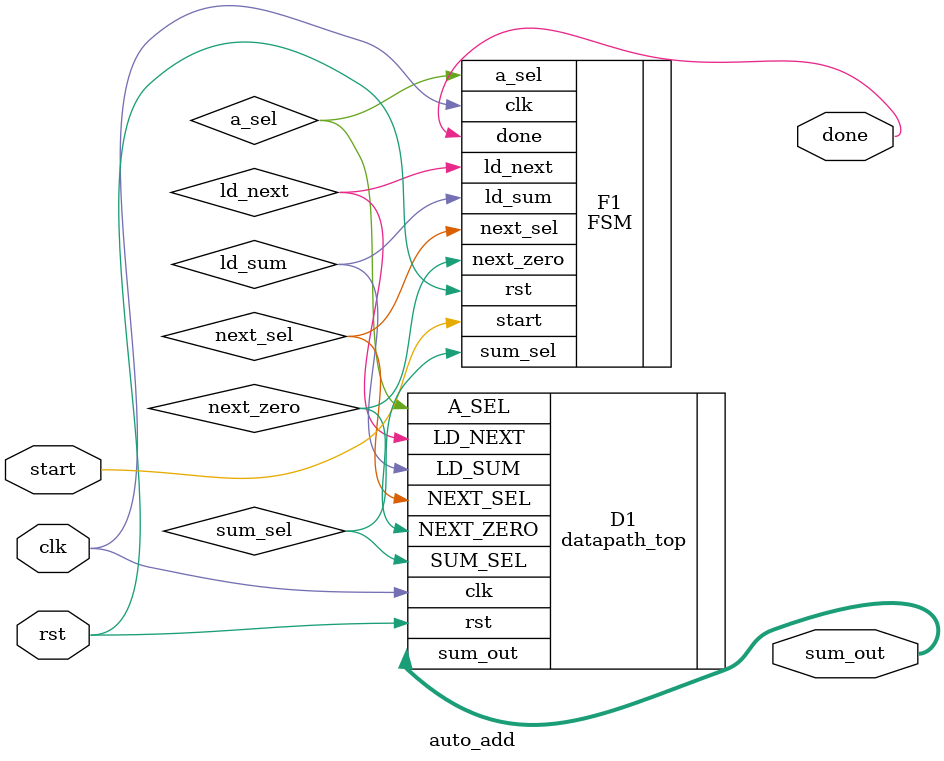
<source format=v>
`timescale 1ns / 1ps


module auto_add(clk,rst,start,done,sum_out);
        input clk,rst,start;
        output done;
        output [31:0] sum_out;
        
        wire next_zero;
        wire ld_sum,ld_next;
        wire sum_sel, next_sel;
        wire a_sel;
        
        datapath_top D1 (.clk(clk), .rst(rst), .SUM_SEL(sum_sel), .NEXT_SEL(next_sel), .A_SEL(a_sel), .LD_SUM(ld_sum), .LD_NEXT(ld_next), .NEXT_ZERO(next_zero), .sum_out(sum_out));
        FSM F1 (.clk(clk),.rst(rst),.start(start),.next_zero(next_zero), .ld_sum(ld_sum), .ld_next(ld_next), .sum_sel(sum_sel), .next_sel(next_sel), .a_sel(a_sel), .done(done));



endmodule


</source>
